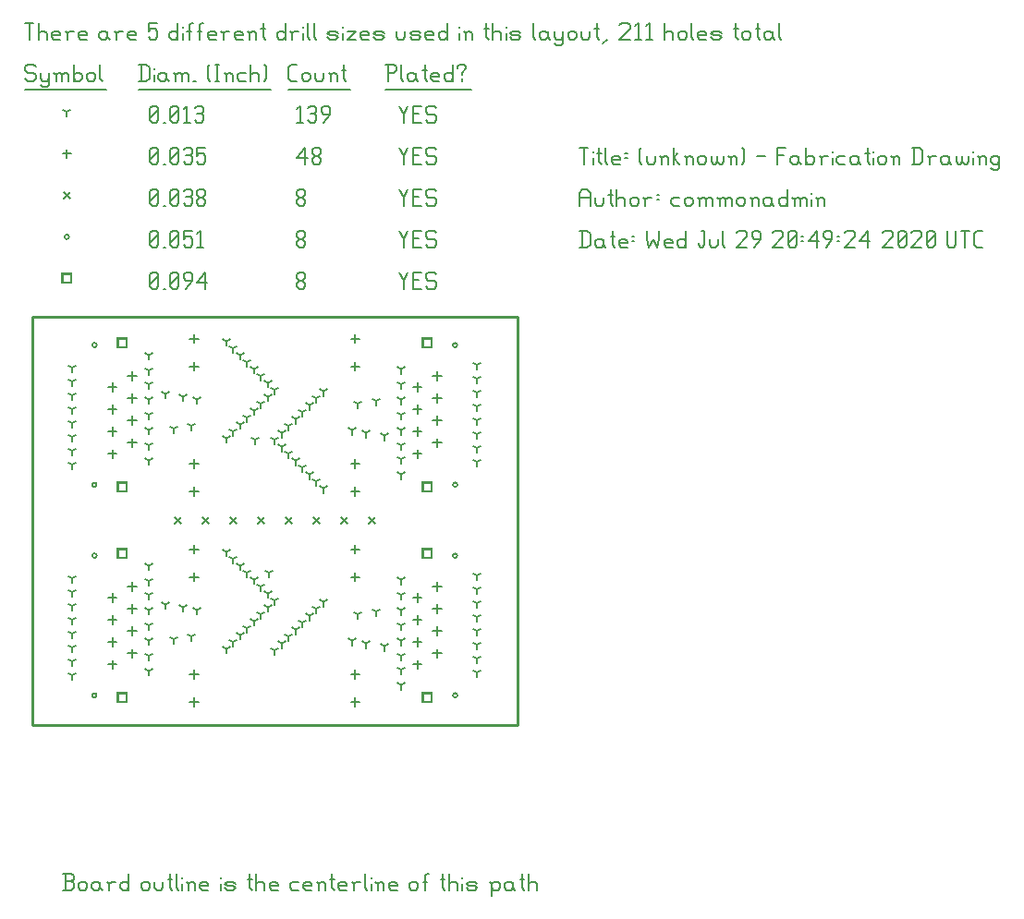
<source format=gbr>
G04 start of page 12 for group -3984 idx -3984 *
G04 Title: (unknown), fab *
G04 Creator: pcb 4.2.0 *
G04 CreationDate: Wed Jul 29 20:49:24 2020 UTC *
G04 For: commonadmin *
G04 Format: Gerber/RS-274X *
G04 PCB-Dimensions (mil): 2000.00 2000.00 *
G04 PCB-Coordinate-Origin: lower left *
%MOIN*%
%FSLAX25Y25*%
%LNFAB*%
%ADD64C,0.0100*%
%ADD63C,0.0075*%
%ADD62C,0.0060*%
%ADD61R,0.0080X0.0080*%
G54D61*X33400Y113569D02*X36600D01*
X33400D02*Y110369D01*
X36600D01*
Y113569D02*Y110369D01*
X33400Y61600D02*X36600D01*
X33400D02*Y58400D01*
X36600D01*
Y61600D02*Y58400D01*
X143400Y61600D02*X146600D01*
X143400D02*Y58400D01*
X146600D01*
Y61600D02*Y58400D01*
X143400Y113569D02*X146600D01*
X143400D02*Y110369D01*
X146600D01*
Y113569D02*Y110369D01*
X33400Y189569D02*X36600D01*
X33400D02*Y186369D01*
X36600D01*
Y189569D02*Y186369D01*
X33400Y137600D02*X36600D01*
X33400D02*Y134400D01*
X36600D01*
Y137600D02*Y134400D01*
X143400Y137600D02*X146600D01*
X143400D02*Y134400D01*
X146600D01*
Y137600D02*Y134400D01*
X143400Y189569D02*X146600D01*
X143400D02*Y186369D01*
X146600D01*
Y189569D02*Y186369D01*
X13400Y212850D02*X16600D01*
X13400D02*Y209650D01*
X16600D01*
Y212850D02*Y209650D01*
G54D62*X135000Y213500D02*X136500Y210500D01*
X138000Y213500D01*
X136500Y210500D02*Y207500D01*
X139800Y210800D02*X142050D01*
X139800Y207500D02*X142800D01*
X139800Y213500D02*Y207500D01*
Y213500D02*X142800D01*
X147600D02*X148350Y212750D01*
X145350Y213500D02*X147600D01*
X144600Y212750D02*X145350Y213500D01*
X144600Y212750D02*Y211250D01*
X145350Y210500D01*
X147600D01*
X148350Y209750D01*
Y208250D01*
X147600Y207500D02*X148350Y208250D01*
X145350Y207500D02*X147600D01*
X144600Y208250D02*X145350Y207500D01*
X98000Y208250D02*X98750Y207500D01*
X98000Y209450D02*Y208250D01*
Y209450D02*X99050Y210500D01*
X99950D01*
X101000Y209450D01*
Y208250D01*
X100250Y207500D02*X101000Y208250D01*
X98750Y207500D02*X100250D01*
X98000Y211550D02*X99050Y210500D01*
X98000Y212750D02*Y211550D01*
Y212750D02*X98750Y213500D01*
X100250D01*
X101000Y212750D01*
Y211550D01*
X99950Y210500D02*X101000Y211550D01*
X45000Y208250D02*X45750Y207500D01*
X45000Y212750D02*Y208250D01*
Y212750D02*X45750Y213500D01*
X47250D01*
X48000Y212750D01*
Y208250D01*
X47250Y207500D02*X48000Y208250D01*
X45750Y207500D02*X47250D01*
X45000Y209000D02*X48000Y212000D01*
X49800Y207500D02*X50550D01*
X52350Y208250D02*X53100Y207500D01*
X52350Y212750D02*Y208250D01*
Y212750D02*X53100Y213500D01*
X54600D01*
X55350Y212750D01*
Y208250D01*
X54600Y207500D02*X55350Y208250D01*
X53100Y207500D02*X54600D01*
X52350Y209000D02*X55350Y212000D01*
X57900Y207500D02*X60150Y210500D01*
Y212750D02*Y210500D01*
X59400Y213500D02*X60150Y212750D01*
X57900Y213500D02*X59400D01*
X57150Y212750D02*X57900Y213500D01*
X57150Y212750D02*Y211250D01*
X57900Y210500D01*
X60150D01*
X61950Y209750D02*X64950Y213500D01*
X61950Y209750D02*X65700D01*
X64950Y213500D02*Y207500D01*
X24161Y60787D02*G75*G03X25761Y60787I800J0D01*G01*
G75*G03X24161Y60787I-800J0D01*G01*
Y111181D02*G75*G03X25761Y111181I800J0D01*G01*
G75*G03X24161Y111181I-800J0D01*G01*
X154239D02*G75*G03X155839Y111181I800J0D01*G01*
G75*G03X154239Y111181I-800J0D01*G01*
Y60787D02*G75*G03X155839Y60787I800J0D01*G01*
G75*G03X154239Y60787I-800J0D01*G01*
X24161Y136787D02*G75*G03X25761Y136787I800J0D01*G01*
G75*G03X24161Y136787I-800J0D01*G01*
Y187181D02*G75*G03X25761Y187181I800J0D01*G01*
G75*G03X24161Y187181I-800J0D01*G01*
X154239D02*G75*G03X155839Y187181I800J0D01*G01*
G75*G03X154239Y187181I-800J0D01*G01*
Y136787D02*G75*G03X155839Y136787I800J0D01*G01*
G75*G03X154239Y136787I-800J0D01*G01*
X14200Y226250D02*G75*G03X15800Y226250I800J0D01*G01*
G75*G03X14200Y226250I-800J0D01*G01*
X135000Y228500D02*X136500Y225500D01*
X138000Y228500D01*
X136500Y225500D02*Y222500D01*
X139800Y225800D02*X142050D01*
X139800Y222500D02*X142800D01*
X139800Y228500D02*Y222500D01*
Y228500D02*X142800D01*
X147600D02*X148350Y227750D01*
X145350Y228500D02*X147600D01*
X144600Y227750D02*X145350Y228500D01*
X144600Y227750D02*Y226250D01*
X145350Y225500D01*
X147600D01*
X148350Y224750D01*
Y223250D01*
X147600Y222500D02*X148350Y223250D01*
X145350Y222500D02*X147600D01*
X144600Y223250D02*X145350Y222500D01*
X98000Y223250D02*X98750Y222500D01*
X98000Y224450D02*Y223250D01*
Y224450D02*X99050Y225500D01*
X99950D01*
X101000Y224450D01*
Y223250D01*
X100250Y222500D02*X101000Y223250D01*
X98750Y222500D02*X100250D01*
X98000Y226550D02*X99050Y225500D01*
X98000Y227750D02*Y226550D01*
Y227750D02*X98750Y228500D01*
X100250D01*
X101000Y227750D01*
Y226550D01*
X99950Y225500D02*X101000Y226550D01*
X45000Y223250D02*X45750Y222500D01*
X45000Y227750D02*Y223250D01*
Y227750D02*X45750Y228500D01*
X47250D01*
X48000Y227750D01*
Y223250D01*
X47250Y222500D02*X48000Y223250D01*
X45750Y222500D02*X47250D01*
X45000Y224000D02*X48000Y227000D01*
X49800Y222500D02*X50550D01*
X52350Y223250D02*X53100Y222500D01*
X52350Y227750D02*Y223250D01*
Y227750D02*X53100Y228500D01*
X54600D01*
X55350Y227750D01*
Y223250D01*
X54600Y222500D02*X55350Y223250D01*
X53100Y222500D02*X54600D01*
X52350Y224000D02*X55350Y227000D01*
X57150Y228500D02*X60150D01*
X57150D02*Y225500D01*
X57900Y226250D01*
X59400D01*
X60150Y225500D01*
Y223250D01*
X59400Y222500D02*X60150Y223250D01*
X57900Y222500D02*X59400D01*
X57150Y223250D02*X57900Y222500D01*
X61950Y227300D02*X63150Y228500D01*
Y222500D01*
X61950D02*X64200D01*
X53800Y125200D02*X56200Y122800D01*
X53800D02*X56200Y125200D01*
X63800D02*X66200Y122800D01*
X63800D02*X66200Y125200D01*
X73800D02*X76200Y122800D01*
X73800D02*X76200Y125200D01*
X83800D02*X86200Y122800D01*
X83800D02*X86200Y125200D01*
X93800D02*X96200Y122800D01*
X93800D02*X96200Y125200D01*
X103800D02*X106200Y122800D01*
X103800D02*X106200Y125200D01*
X113800D02*X116200Y122800D01*
X113800D02*X116200Y125200D01*
X123800D02*X126200Y122800D01*
X123800D02*X126200Y125200D01*
X13800Y242450D02*X16200Y240050D01*
X13800D02*X16200Y242450D01*
X135000Y243500D02*X136500Y240500D01*
X138000Y243500D01*
X136500Y240500D02*Y237500D01*
X139800Y240800D02*X142050D01*
X139800Y237500D02*X142800D01*
X139800Y243500D02*Y237500D01*
Y243500D02*X142800D01*
X147600D02*X148350Y242750D01*
X145350Y243500D02*X147600D01*
X144600Y242750D02*X145350Y243500D01*
X144600Y242750D02*Y241250D01*
X145350Y240500D01*
X147600D01*
X148350Y239750D01*
Y238250D01*
X147600Y237500D02*X148350Y238250D01*
X145350Y237500D02*X147600D01*
X144600Y238250D02*X145350Y237500D01*
X98000Y238250D02*X98750Y237500D01*
X98000Y239450D02*Y238250D01*
Y239450D02*X99050Y240500D01*
X99950D01*
X101000Y239450D01*
Y238250D01*
X100250Y237500D02*X101000Y238250D01*
X98750Y237500D02*X100250D01*
X98000Y241550D02*X99050Y240500D01*
X98000Y242750D02*Y241550D01*
Y242750D02*X98750Y243500D01*
X100250D01*
X101000Y242750D01*
Y241550D01*
X99950Y240500D02*X101000Y241550D01*
X45000Y238250D02*X45750Y237500D01*
X45000Y242750D02*Y238250D01*
Y242750D02*X45750Y243500D01*
X47250D01*
X48000Y242750D01*
Y238250D01*
X47250Y237500D02*X48000Y238250D01*
X45750Y237500D02*X47250D01*
X45000Y239000D02*X48000Y242000D01*
X49800Y237500D02*X50550D01*
X52350Y238250D02*X53100Y237500D01*
X52350Y242750D02*Y238250D01*
Y242750D02*X53100Y243500D01*
X54600D01*
X55350Y242750D01*
Y238250D01*
X54600Y237500D02*X55350Y238250D01*
X53100Y237500D02*X54600D01*
X52350Y239000D02*X55350Y242000D01*
X57150Y242750D02*X57900Y243500D01*
X59400D01*
X60150Y242750D01*
X59400Y237500D02*X60150Y238250D01*
X57900Y237500D02*X59400D01*
X57150Y238250D02*X57900Y237500D01*
Y240800D02*X59400D01*
X60150Y242750D02*Y241550D01*
Y240050D02*Y238250D01*
Y240050D02*X59400Y240800D01*
X60150Y241550D02*X59400Y240800D01*
X61950Y238250D02*X62700Y237500D01*
X61950Y239450D02*Y238250D01*
Y239450D02*X63000Y240500D01*
X63900D01*
X64950Y239450D01*
Y238250D01*
X64200Y237500D02*X64950Y238250D01*
X62700Y237500D02*X64200D01*
X61950Y241550D02*X63000Y240500D01*
X61950Y242750D02*Y241550D01*
Y242750D02*X62700Y243500D01*
X64200D01*
X64950Y242750D01*
Y241550D01*
X63900Y240500D02*X64950Y241550D01*
X60984Y105104D02*Y101904D01*
X59384Y103504D02*X62584D01*
X60984Y70065D02*Y66865D01*
X59384Y68465D02*X62584D01*
X60984Y115143D02*Y111943D01*
X59384Y113543D02*X62584D01*
X60984Y60025D02*Y56825D01*
X59384Y58425D02*X62584D01*
X38543Y101639D02*Y98439D01*
X36943Y100039D02*X40143D01*
X38543Y93608D02*Y90408D01*
X36943Y92008D02*X40143D01*
X38543Y77545D02*Y74345D01*
X36943Y75945D02*X40143D01*
X38543Y85576D02*Y82376D01*
X36943Y83976D02*X40143D01*
X31457Y73529D02*Y70329D01*
X29857Y71929D02*X33057D01*
X31457Y81561D02*Y78361D01*
X29857Y79961D02*X33057D01*
X31457Y97624D02*Y94424D01*
X29857Y96024D02*X33057D01*
X31457Y89592D02*Y86392D01*
X29857Y87992D02*X33057D01*
X119016Y70065D02*Y66865D01*
X117416Y68465D02*X120616D01*
X119016Y105104D02*Y101904D01*
X117416Y103504D02*X120616D01*
X119016Y60025D02*Y56825D01*
X117416Y58425D02*X120616D01*
X119016Y115143D02*Y111943D01*
X117416Y113543D02*X120616D01*
X141457Y73529D02*Y70329D01*
X139857Y71929D02*X143057D01*
X141457Y81561D02*Y78361D01*
X139857Y79961D02*X143057D01*
X141457Y97624D02*Y94424D01*
X139857Y96024D02*X143057D01*
X141457Y89592D02*Y86392D01*
X139857Y87992D02*X143057D01*
X148543Y101639D02*Y98439D01*
X146943Y100039D02*X150143D01*
X148543Y93608D02*Y90408D01*
X146943Y92008D02*X150143D01*
X148543Y77545D02*Y74345D01*
X146943Y75945D02*X150143D01*
X148543Y85576D02*Y82376D01*
X146943Y83976D02*X150143D01*
X60984Y181104D02*Y177904D01*
X59384Y179504D02*X62584D01*
X60984Y146065D02*Y142865D01*
X59384Y144465D02*X62584D01*
X60984Y191143D02*Y187943D01*
X59384Y189543D02*X62584D01*
X60984Y136025D02*Y132825D01*
X59384Y134425D02*X62584D01*
X38543Y177639D02*Y174439D01*
X36943Y176039D02*X40143D01*
X38543Y169608D02*Y166408D01*
X36943Y168008D02*X40143D01*
X38543Y153545D02*Y150345D01*
X36943Y151945D02*X40143D01*
X38543Y161576D02*Y158376D01*
X36943Y159976D02*X40143D01*
X31457Y149529D02*Y146329D01*
X29857Y147929D02*X33057D01*
X31457Y157561D02*Y154361D01*
X29857Y155961D02*X33057D01*
X31457Y173624D02*Y170424D01*
X29857Y172024D02*X33057D01*
X31457Y165592D02*Y162392D01*
X29857Y163992D02*X33057D01*
X119016Y146065D02*Y142865D01*
X117416Y144465D02*X120616D01*
X119016Y181104D02*Y177904D01*
X117416Y179504D02*X120616D01*
X119016Y136025D02*Y132825D01*
X117416Y134425D02*X120616D01*
X119016Y191143D02*Y187943D01*
X117416Y189543D02*X120616D01*
X141457Y149529D02*Y146329D01*
X139857Y147929D02*X143057D01*
X141457Y157561D02*Y154361D01*
X139857Y155961D02*X143057D01*
X141457Y173624D02*Y170424D01*
X139857Y172024D02*X143057D01*
X141457Y165592D02*Y162392D01*
X139857Y163992D02*X143057D01*
X148543Y177639D02*Y174439D01*
X146943Y176039D02*X150143D01*
X148543Y169608D02*Y166408D01*
X146943Y168008D02*X150143D01*
X148543Y153545D02*Y150345D01*
X146943Y151945D02*X150143D01*
X148543Y161576D02*Y158376D01*
X146943Y159976D02*X150143D01*
X15000Y257850D02*Y254650D01*
X13400Y256250D02*X16600D01*
X135000Y258500D02*X136500Y255500D01*
X138000Y258500D01*
X136500Y255500D02*Y252500D01*
X139800Y255800D02*X142050D01*
X139800Y252500D02*X142800D01*
X139800Y258500D02*Y252500D01*
Y258500D02*X142800D01*
X147600D02*X148350Y257750D01*
X145350Y258500D02*X147600D01*
X144600Y257750D02*X145350Y258500D01*
X144600Y257750D02*Y256250D01*
X145350Y255500D01*
X147600D01*
X148350Y254750D01*
Y253250D01*
X147600Y252500D02*X148350Y253250D01*
X145350Y252500D02*X147600D01*
X144600Y253250D02*X145350Y252500D01*
X98000Y254750D02*X101000Y258500D01*
X98000Y254750D02*X101750D01*
X101000Y258500D02*Y252500D01*
X103550Y253250D02*X104300Y252500D01*
X103550Y254450D02*Y253250D01*
Y254450D02*X104600Y255500D01*
X105500D01*
X106550Y254450D01*
Y253250D01*
X105800Y252500D02*X106550Y253250D01*
X104300Y252500D02*X105800D01*
X103550Y256550D02*X104600Y255500D01*
X103550Y257750D02*Y256550D01*
Y257750D02*X104300Y258500D01*
X105800D01*
X106550Y257750D01*
Y256550D01*
X105500Y255500D02*X106550Y256550D01*
X45000Y253250D02*X45750Y252500D01*
X45000Y257750D02*Y253250D01*
Y257750D02*X45750Y258500D01*
X47250D01*
X48000Y257750D01*
Y253250D01*
X47250Y252500D02*X48000Y253250D01*
X45750Y252500D02*X47250D01*
X45000Y254000D02*X48000Y257000D01*
X49800Y252500D02*X50550D01*
X52350Y253250D02*X53100Y252500D01*
X52350Y257750D02*Y253250D01*
Y257750D02*X53100Y258500D01*
X54600D01*
X55350Y257750D01*
Y253250D01*
X54600Y252500D02*X55350Y253250D01*
X53100Y252500D02*X54600D01*
X52350Y254000D02*X55350Y257000D01*
X57150Y257750D02*X57900Y258500D01*
X59400D01*
X60150Y257750D01*
X59400Y252500D02*X60150Y253250D01*
X57900Y252500D02*X59400D01*
X57150Y253250D02*X57900Y252500D01*
Y255800D02*X59400D01*
X60150Y257750D02*Y256550D01*
Y255050D02*Y253250D01*
Y255050D02*X59400Y255800D01*
X60150Y256550D02*X59400Y255800D01*
X61950Y258500D02*X64950D01*
X61950D02*Y255500D01*
X62700Y256250D01*
X64200D01*
X64950Y255500D01*
Y253250D01*
X64200Y252500D02*X64950Y253250D01*
X62700Y252500D02*X64200D01*
X61950Y253250D02*X62700Y252500D01*
X50500Y93500D02*Y91900D01*
Y93500D02*X51887Y94300D01*
X50500Y93500D02*X49113Y94300D01*
X44500Y69500D02*Y67900D01*
Y69500D02*X45887Y70300D01*
X44500Y69500D02*X43113Y70300D01*
X44500Y75000D02*Y73400D01*
Y75000D02*X45887Y75800D01*
X44500Y75000D02*X43113Y75800D01*
X44500Y80500D02*Y78900D01*
Y80500D02*X45887Y81300D01*
X44500Y80500D02*X43113Y81300D01*
X44500Y86000D02*Y84400D01*
Y86000D02*X45887Y86800D01*
X44500Y86000D02*X43113Y86800D01*
X44500Y91500D02*Y89900D01*
Y91500D02*X45887Y92300D01*
X44500Y91500D02*X43113Y92300D01*
X44500Y97000D02*Y95400D01*
Y97000D02*X45887Y97800D01*
X44500Y97000D02*X43113Y97800D01*
X44500Y102000D02*Y100400D01*
Y102000D02*X45887Y102800D01*
X44500Y102000D02*X43113Y102800D01*
X44500Y107500D02*Y105900D01*
Y107500D02*X45887Y108300D01*
X44500Y107500D02*X43113Y108300D01*
X57000Y92500D02*Y90900D01*
Y92500D02*X58387Y93300D01*
X57000Y92500D02*X55613Y93300D01*
X53500Y81000D02*Y79400D01*
Y81000D02*X54887Y81800D01*
X53500Y81000D02*X52113Y81800D01*
X60000Y82000D02*Y80400D01*
Y82000D02*X61387Y82800D01*
X60000Y82000D02*X58613Y82800D01*
X90000Y95000D02*Y93400D01*
Y95000D02*X91387Y95800D01*
X90000Y95000D02*X88613Y95800D01*
X87500Y92500D02*Y90900D01*
Y92500D02*X88887Y93300D01*
X87500Y92500D02*X86113Y93300D01*
X85000Y90000D02*Y88400D01*
Y90000D02*X86387Y90800D01*
X85000Y90000D02*X83613Y90800D01*
X82500Y87500D02*Y85900D01*
Y87500D02*X83887Y88300D01*
X82500Y87500D02*X81113Y88300D01*
X80000Y85000D02*Y83400D01*
Y85000D02*X81387Y85800D01*
X80000Y85000D02*X78613Y85800D01*
X77500Y82500D02*Y80900D01*
Y82500D02*X78887Y83300D01*
X77500Y82500D02*X76113Y83300D01*
X75000Y80000D02*Y78400D01*
Y80000D02*X76387Y80800D01*
X75000Y80000D02*X73613Y80800D01*
X62000Y91500D02*Y89900D01*
Y91500D02*X63387Y92300D01*
X62000Y91500D02*X60613Y92300D01*
X72500Y77500D02*Y75900D01*
Y77500D02*X73887Y78300D01*
X72500Y77500D02*X71113Y78300D01*
X87500Y97500D02*Y95900D01*
Y97500D02*X88887Y98300D01*
X87500Y97500D02*X86113Y98300D01*
X85000Y100000D02*Y98400D01*
Y100000D02*X86387Y100800D01*
X85000Y100000D02*X83613Y100800D01*
X82500Y102500D02*Y100900D01*
Y102500D02*X83887Y103300D01*
X82500Y102500D02*X81113Y103300D01*
X80000Y105000D02*Y103400D01*
Y105000D02*X81387Y105800D01*
X80000Y105000D02*X78613Y105800D01*
X77500Y107500D02*Y105900D01*
Y107500D02*X78887Y108300D01*
X77500Y107500D02*X76113Y108300D01*
X75000Y110000D02*Y108400D01*
Y110000D02*X76387Y110800D01*
X75000Y110000D02*X73613Y110800D01*
X72500Y112500D02*Y110900D01*
Y112500D02*X73887Y113300D01*
X72500Y112500D02*X71113Y113300D01*
X17000Y68000D02*Y66400D01*
Y68000D02*X18387Y68800D01*
X17000Y68000D02*X15613Y68800D01*
X17000Y73000D02*Y71400D01*
Y73000D02*X18387Y73800D01*
X17000Y73000D02*X15613Y73800D01*
X17000Y78000D02*Y76400D01*
Y78000D02*X18387Y78800D01*
X17000Y78000D02*X15613Y78800D01*
X17000Y83000D02*Y81400D01*
Y83000D02*X18387Y83800D01*
X17000Y83000D02*X15613Y83800D01*
X17000Y88000D02*Y86400D01*
Y88000D02*X18387Y88800D01*
X17000Y88000D02*X15613Y88800D01*
X17000Y93000D02*Y91400D01*
Y93000D02*X18387Y93800D01*
X17000Y93000D02*X15613Y93800D01*
X17000Y98000D02*Y96400D01*
Y98000D02*X18387Y98800D01*
X17000Y98000D02*X15613Y98800D01*
X17000Y103000D02*Y101400D01*
Y103000D02*X18387Y103800D01*
X17000Y103000D02*X15613Y103800D01*
X129500Y78469D02*Y76869D01*
Y78469D02*X130887Y79269D01*
X129500Y78469D02*X128113Y79269D01*
X135500Y102469D02*Y100869D01*
Y102469D02*X136887Y103269D01*
X135500Y102469D02*X134113Y103269D01*
X135500Y96969D02*Y95369D01*
Y96969D02*X136887Y97769D01*
X135500Y96969D02*X134113Y97769D01*
X135500Y91469D02*Y89869D01*
Y91469D02*X136887Y92269D01*
X135500Y91469D02*X134113Y92269D01*
X135500Y85969D02*Y84369D01*
Y85969D02*X136887Y86769D01*
X135500Y85969D02*X134113Y86769D01*
X135500Y80469D02*Y78869D01*
Y80469D02*X136887Y81269D01*
X135500Y80469D02*X134113Y81269D01*
X135500Y74969D02*Y73369D01*
Y74969D02*X136887Y75769D01*
X135500Y74969D02*X134113Y75769D01*
X135500Y69969D02*Y68369D01*
Y69969D02*X136887Y70769D01*
X135500Y69969D02*X134113Y70769D01*
X135500Y64469D02*Y62869D01*
Y64469D02*X136887Y65269D01*
X135500Y64469D02*X134113Y65269D01*
X123000Y79469D02*Y77869D01*
Y79469D02*X124387Y80269D01*
X123000Y79469D02*X121613Y80269D01*
X126500Y90969D02*Y89369D01*
Y90969D02*X127887Y91769D01*
X126500Y90969D02*X125113Y91769D01*
X120000Y89969D02*Y88369D01*
Y89969D02*X121387Y90769D01*
X120000Y89969D02*X118613Y90769D01*
X90000Y76969D02*Y75369D01*
Y76969D02*X91387Y77769D01*
X90000Y76969D02*X88613Y77769D01*
X92500Y79469D02*Y77869D01*
Y79469D02*X93887Y80269D01*
X92500Y79469D02*X91113Y80269D01*
X95000Y81969D02*Y80369D01*
Y81969D02*X96387Y82769D01*
X95000Y81969D02*X93613Y82769D01*
X97500Y84469D02*Y82869D01*
Y84469D02*X98887Y85269D01*
X97500Y84469D02*X96113Y85269D01*
X100000Y86969D02*Y85369D01*
Y86969D02*X101387Y87769D01*
X100000Y86969D02*X98613Y87769D01*
X102500Y89469D02*Y87869D01*
Y89469D02*X103887Y90269D01*
X102500Y89469D02*X101113Y90269D01*
X105000Y91969D02*Y90369D01*
Y91969D02*X106387Y92769D01*
X105000Y91969D02*X103613Y92769D01*
X118000Y80469D02*Y78869D01*
Y80469D02*X119387Y81269D01*
X118000Y80469D02*X116613Y81269D01*
X107500Y94469D02*Y92869D01*
Y94469D02*X108887Y95269D01*
X107500Y94469D02*X106113Y95269D01*
X163000Y103969D02*Y102369D01*
Y103969D02*X164387Y104769D01*
X163000Y103969D02*X161613Y104769D01*
X163000Y98969D02*Y97369D01*
Y98969D02*X164387Y99769D01*
X163000Y98969D02*X161613Y99769D01*
X163000Y93969D02*Y92369D01*
Y93969D02*X164387Y94769D01*
X163000Y93969D02*X161613Y94769D01*
X163000Y88969D02*Y87369D01*
Y88969D02*X164387Y89769D01*
X163000Y88969D02*X161613Y89769D01*
X163000Y83969D02*Y82369D01*
Y83969D02*X164387Y84769D01*
X163000Y83969D02*X161613Y84769D01*
X163000Y78969D02*Y77369D01*
Y78969D02*X164387Y79769D01*
X163000Y78969D02*X161613Y79769D01*
X163000Y73969D02*Y72369D01*
Y73969D02*X164387Y74769D01*
X163000Y73969D02*X161613Y74769D01*
X163000Y68969D02*Y67369D01*
Y68969D02*X164387Y69769D01*
X163000Y68969D02*X161613Y69769D01*
X50500Y169500D02*Y167900D01*
Y169500D02*X51887Y170300D01*
X50500Y169500D02*X49113Y170300D01*
X44500Y145500D02*Y143900D01*
Y145500D02*X45887Y146300D01*
X44500Y145500D02*X43113Y146300D01*
X44500Y151000D02*Y149400D01*
Y151000D02*X45887Y151800D01*
X44500Y151000D02*X43113Y151800D01*
X44500Y156500D02*Y154900D01*
Y156500D02*X45887Y157300D01*
X44500Y156500D02*X43113Y157300D01*
X44500Y162000D02*Y160400D01*
Y162000D02*X45887Y162800D01*
X44500Y162000D02*X43113Y162800D01*
X44500Y167500D02*Y165900D01*
Y167500D02*X45887Y168300D01*
X44500Y167500D02*X43113Y168300D01*
X44500Y173000D02*Y171400D01*
Y173000D02*X45887Y173800D01*
X44500Y173000D02*X43113Y173800D01*
X44500Y178000D02*Y176400D01*
Y178000D02*X45887Y178800D01*
X44500Y178000D02*X43113Y178800D01*
X44500Y183500D02*Y181900D01*
Y183500D02*X45887Y184300D01*
X44500Y183500D02*X43113Y184300D01*
X57000Y168500D02*Y166900D01*
Y168500D02*X58387Y169300D01*
X57000Y168500D02*X55613Y169300D01*
X53500Y157000D02*Y155400D01*
Y157000D02*X54887Y157800D01*
X53500Y157000D02*X52113Y157800D01*
X60000Y158000D02*Y156400D01*
Y158000D02*X61387Y158800D01*
X60000Y158000D02*X58613Y158800D01*
X90000Y171000D02*Y169400D01*
Y171000D02*X91387Y171800D01*
X90000Y171000D02*X88613Y171800D01*
X87500Y168500D02*Y166900D01*
Y168500D02*X88887Y169300D01*
X87500Y168500D02*X86113Y169300D01*
X85000Y166000D02*Y164400D01*
Y166000D02*X86387Y166800D01*
X85000Y166000D02*X83613Y166800D01*
X82500Y163500D02*Y161900D01*
Y163500D02*X83887Y164300D01*
X82500Y163500D02*X81113Y164300D01*
X80000Y161000D02*Y159400D01*
Y161000D02*X81387Y161800D01*
X80000Y161000D02*X78613Y161800D01*
X77500Y158500D02*Y156900D01*
Y158500D02*X78887Y159300D01*
X77500Y158500D02*X76113Y159300D01*
X75000Y156000D02*Y154400D01*
Y156000D02*X76387Y156800D01*
X75000Y156000D02*X73613Y156800D01*
X62000Y167500D02*Y165900D01*
Y167500D02*X63387Y168300D01*
X62000Y167500D02*X60613Y168300D01*
X72500Y153500D02*Y151900D01*
Y153500D02*X73887Y154300D01*
X72500Y153500D02*X71113Y154300D01*
X87500Y173500D02*Y171900D01*
Y173500D02*X88887Y174300D01*
X87500Y173500D02*X86113Y174300D01*
X85000Y176000D02*Y174400D01*
Y176000D02*X86387Y176800D01*
X85000Y176000D02*X83613Y176800D01*
X82500Y178500D02*Y176900D01*
Y178500D02*X83887Y179300D01*
X82500Y178500D02*X81113Y179300D01*
X80000Y181000D02*Y179400D01*
Y181000D02*X81387Y181800D01*
X80000Y181000D02*X78613Y181800D01*
X77500Y183500D02*Y181900D01*
Y183500D02*X78887Y184300D01*
X77500Y183500D02*X76113Y184300D01*
X75000Y186000D02*Y184400D01*
Y186000D02*X76387Y186800D01*
X75000Y186000D02*X73613Y186800D01*
X72500Y188500D02*Y186900D01*
Y188500D02*X73887Y189300D01*
X72500Y188500D02*X71113Y189300D01*
X17000Y144000D02*Y142400D01*
Y144000D02*X18387Y144800D01*
X17000Y144000D02*X15613Y144800D01*
X17000Y149000D02*Y147400D01*
Y149000D02*X18387Y149800D01*
X17000Y149000D02*X15613Y149800D01*
X17000Y154000D02*Y152400D01*
Y154000D02*X18387Y154800D01*
X17000Y154000D02*X15613Y154800D01*
X17000Y159000D02*Y157400D01*
Y159000D02*X18387Y159800D01*
X17000Y159000D02*X15613Y159800D01*
X17000Y164000D02*Y162400D01*
Y164000D02*X18387Y164800D01*
X17000Y164000D02*X15613Y164800D01*
X17000Y169000D02*Y167400D01*
Y169000D02*X18387Y169800D01*
X17000Y169000D02*X15613Y169800D01*
X17000Y174000D02*Y172400D01*
Y174000D02*X18387Y174800D01*
X17000Y174000D02*X15613Y174800D01*
X17000Y179000D02*Y177400D01*
Y179000D02*X18387Y179800D01*
X17000Y179000D02*X15613Y179800D01*
X129500Y154469D02*Y152869D01*
Y154469D02*X130887Y155269D01*
X129500Y154469D02*X128113Y155269D01*
X135500Y178469D02*Y176869D01*
Y178469D02*X136887Y179269D01*
X135500Y178469D02*X134113Y179269D01*
X135500Y172969D02*Y171369D01*
Y172969D02*X136887Y173769D01*
X135500Y172969D02*X134113Y173769D01*
X135500Y167469D02*Y165869D01*
Y167469D02*X136887Y168269D01*
X135500Y167469D02*X134113Y168269D01*
X135500Y161969D02*Y160369D01*
Y161969D02*X136887Y162769D01*
X135500Y161969D02*X134113Y162769D01*
X135500Y156469D02*Y154869D01*
Y156469D02*X136887Y157269D01*
X135500Y156469D02*X134113Y157269D01*
X135500Y150969D02*Y149369D01*
Y150969D02*X136887Y151769D01*
X135500Y150969D02*X134113Y151769D01*
X135500Y145969D02*Y144369D01*
Y145969D02*X136887Y146769D01*
X135500Y145969D02*X134113Y146769D01*
X135500Y140469D02*Y138869D01*
Y140469D02*X136887Y141269D01*
X135500Y140469D02*X134113Y141269D01*
X123000Y155469D02*Y153869D01*
Y155469D02*X124387Y156269D01*
X123000Y155469D02*X121613Y156269D01*
X126500Y166969D02*Y165369D01*
Y166969D02*X127887Y167769D01*
X126500Y166969D02*X125113Y167769D01*
X120000Y165969D02*Y164369D01*
Y165969D02*X121387Y166769D01*
X120000Y165969D02*X118613Y166769D01*
X90000Y152969D02*Y151369D01*
Y152969D02*X91387Y153769D01*
X90000Y152969D02*X88613Y153769D01*
X92500Y155469D02*Y153869D01*
Y155469D02*X93887Y156269D01*
X92500Y155469D02*X91113Y156269D01*
X95000Y157969D02*Y156369D01*
Y157969D02*X96387Y158769D01*
X95000Y157969D02*X93613Y158769D01*
X97500Y160469D02*Y158869D01*
Y160469D02*X98887Y161269D01*
X97500Y160469D02*X96113Y161269D01*
X100000Y162969D02*Y161369D01*
Y162969D02*X101387Y163769D01*
X100000Y162969D02*X98613Y163769D01*
X102500Y165469D02*Y163869D01*
Y165469D02*X103887Y166269D01*
X102500Y165469D02*X101113Y166269D01*
X105000Y167969D02*Y166369D01*
Y167969D02*X106387Y168769D01*
X105000Y167969D02*X103613Y168769D01*
X118000Y156469D02*Y154869D01*
Y156469D02*X119387Y157269D01*
X118000Y156469D02*X116613Y157269D01*
X107500Y170469D02*Y168869D01*
Y170469D02*X108887Y171269D01*
X107500Y170469D02*X106113Y171269D01*
X92500Y150469D02*Y148869D01*
Y150469D02*X93887Y151269D01*
X92500Y150469D02*X91113Y151269D01*
X95000Y147969D02*Y146369D01*
Y147969D02*X96387Y148769D01*
X95000Y147969D02*X93613Y148769D01*
X97500Y145469D02*Y143869D01*
Y145469D02*X98887Y146269D01*
X97500Y145469D02*X96113Y146269D01*
X100000Y142969D02*Y141369D01*
Y142969D02*X101387Y143769D01*
X100000Y142969D02*X98613Y143769D01*
X102500Y140469D02*Y138869D01*
Y140469D02*X103887Y141269D01*
X102500Y140469D02*X101113Y141269D01*
X105000Y137969D02*Y136369D01*
Y137969D02*X106387Y138769D01*
X105000Y137969D02*X103613Y138769D01*
X107500Y135469D02*Y133869D01*
Y135469D02*X108887Y136269D01*
X107500Y135469D02*X106113Y136269D01*
X163000Y179969D02*Y178369D01*
Y179969D02*X164387Y180769D01*
X163000Y179969D02*X161613Y180769D01*
X163000Y174969D02*Y173369D01*
Y174969D02*X164387Y175769D01*
X163000Y174969D02*X161613Y175769D01*
X163000Y169969D02*Y168369D01*
Y169969D02*X164387Y170769D01*
X163000Y169969D02*X161613Y170769D01*
X163000Y164969D02*Y163369D01*
Y164969D02*X164387Y165769D01*
X163000Y164969D02*X161613Y165769D01*
X163000Y159969D02*Y158369D01*
Y159969D02*X164387Y160769D01*
X163000Y159969D02*X161613Y160769D01*
X163000Y154969D02*Y153369D01*
Y154969D02*X164387Y155769D01*
X163000Y154969D02*X161613Y155769D01*
X163000Y149969D02*Y148369D01*
Y149969D02*X164387Y150769D01*
X163000Y149969D02*X161613Y150769D01*
X163000Y144969D02*Y143369D01*
Y144969D02*X164387Y145769D01*
X163000Y144969D02*X161613Y145769D01*
X88000Y105000D02*Y103400D01*
Y105000D02*X89387Y105800D01*
X88000Y105000D02*X86613Y105800D01*
X83000Y153000D02*Y151400D01*
Y153000D02*X84387Y153800D01*
X83000Y153000D02*X81613Y153800D01*
X15000Y271250D02*Y269650D01*
Y271250D02*X16387Y272050D01*
X15000Y271250D02*X13613Y272050D01*
X135000Y273500D02*X136500Y270500D01*
X138000Y273500D01*
X136500Y270500D02*Y267500D01*
X139800Y270800D02*X142050D01*
X139800Y267500D02*X142800D01*
X139800Y273500D02*Y267500D01*
Y273500D02*X142800D01*
X147600D02*X148350Y272750D01*
X145350Y273500D02*X147600D01*
X144600Y272750D02*X145350Y273500D01*
X144600Y272750D02*Y271250D01*
X145350Y270500D01*
X147600D01*
X148350Y269750D01*
Y268250D01*
X147600Y267500D02*X148350Y268250D01*
X145350Y267500D02*X147600D01*
X144600Y268250D02*X145350Y267500D01*
X98000Y272300D02*X99200Y273500D01*
Y267500D01*
X98000D02*X100250D01*
X102050Y272750D02*X102800Y273500D01*
X104300D01*
X105050Y272750D01*
X104300Y267500D02*X105050Y268250D01*
X102800Y267500D02*X104300D01*
X102050Y268250D02*X102800Y267500D01*
Y270800D02*X104300D01*
X105050Y272750D02*Y271550D01*
Y270050D02*Y268250D01*
Y270050D02*X104300Y270800D01*
X105050Y271550D02*X104300Y270800D01*
X107600Y267500D02*X109850Y270500D01*
Y272750D02*Y270500D01*
X109100Y273500D02*X109850Y272750D01*
X107600Y273500D02*X109100D01*
X106850Y272750D02*X107600Y273500D01*
X106850Y272750D02*Y271250D01*
X107600Y270500D01*
X109850D01*
X45000Y268250D02*X45750Y267500D01*
X45000Y272750D02*Y268250D01*
Y272750D02*X45750Y273500D01*
X47250D01*
X48000Y272750D01*
Y268250D01*
X47250Y267500D02*X48000Y268250D01*
X45750Y267500D02*X47250D01*
X45000Y269000D02*X48000Y272000D01*
X49800Y267500D02*X50550D01*
X52350Y268250D02*X53100Y267500D01*
X52350Y272750D02*Y268250D01*
Y272750D02*X53100Y273500D01*
X54600D01*
X55350Y272750D01*
Y268250D01*
X54600Y267500D02*X55350Y268250D01*
X53100Y267500D02*X54600D01*
X52350Y269000D02*X55350Y272000D01*
X57150Y272300D02*X58350Y273500D01*
Y267500D01*
X57150D02*X59400D01*
X61200Y272750D02*X61950Y273500D01*
X63450D01*
X64200Y272750D01*
X63450Y267500D02*X64200Y268250D01*
X61950Y267500D02*X63450D01*
X61200Y268250D02*X61950Y267500D01*
Y270800D02*X63450D01*
X64200Y272750D02*Y271550D01*
Y270050D02*Y268250D01*
Y270050D02*X63450Y270800D01*
X64200Y271550D02*X63450Y270800D01*
X3000Y288500D02*X3750Y287750D01*
X750Y288500D02*X3000D01*
X0Y287750D02*X750Y288500D01*
X0Y287750D02*Y286250D01*
X750Y285500D01*
X3000D01*
X3750Y284750D01*
Y283250D01*
X3000Y282500D02*X3750Y283250D01*
X750Y282500D02*X3000D01*
X0Y283250D02*X750Y282500D01*
X5550Y285500D02*Y283250D01*
X6300Y282500D01*
X8550Y285500D02*Y281000D01*
X7800Y280250D02*X8550Y281000D01*
X6300Y280250D02*X7800D01*
X5550Y281000D02*X6300Y280250D01*
Y282500D02*X7800D01*
X8550Y283250D01*
X11100Y284750D02*Y282500D01*
Y284750D02*X11850Y285500D01*
X12600D01*
X13350Y284750D01*
Y282500D01*
Y284750D02*X14100Y285500D01*
X14850D01*
X15600Y284750D01*
Y282500D01*
X10350Y285500D02*X11100Y284750D01*
X17400Y288500D02*Y282500D01*
Y283250D02*X18150Y282500D01*
X19650D01*
X20400Y283250D01*
Y284750D02*Y283250D01*
X19650Y285500D02*X20400Y284750D01*
X18150Y285500D02*X19650D01*
X17400Y284750D02*X18150Y285500D01*
X22200Y284750D02*Y283250D01*
Y284750D02*X22950Y285500D01*
X24450D01*
X25200Y284750D01*
Y283250D01*
X24450Y282500D02*X25200Y283250D01*
X22950Y282500D02*X24450D01*
X22200Y283250D02*X22950Y282500D01*
X27000Y288500D02*Y283250D01*
X27750Y282500D01*
X0Y279250D02*X29250D01*
X41750Y288500D02*Y282500D01*
X43700Y288500D02*X44750Y287450D01*
Y283550D01*
X43700Y282500D02*X44750Y283550D01*
X41000Y282500D02*X43700D01*
X41000Y288500D02*X43700D01*
G54D63*X46550Y287000D02*Y286850D01*
G54D62*Y284750D02*Y282500D01*
X50300Y285500D02*X51050Y284750D01*
X48800Y285500D02*X50300D01*
X48050Y284750D02*X48800Y285500D01*
X48050Y284750D02*Y283250D01*
X48800Y282500D01*
X51050Y285500D02*Y283250D01*
X51800Y282500D01*
X48800D02*X50300D01*
X51050Y283250D01*
X54350Y284750D02*Y282500D01*
Y284750D02*X55100Y285500D01*
X55850D01*
X56600Y284750D01*
Y282500D01*
Y284750D02*X57350Y285500D01*
X58100D01*
X58850Y284750D01*
Y282500D01*
X53600Y285500D02*X54350Y284750D01*
X60650Y282500D02*X61400D01*
X65900Y283250D02*X66650Y282500D01*
X65900Y287750D02*X66650Y288500D01*
X65900Y287750D02*Y283250D01*
X68450Y288500D02*X69950D01*
X69200D02*Y282500D01*
X68450D02*X69950D01*
X72500Y284750D02*Y282500D01*
Y284750D02*X73250Y285500D01*
X74000D01*
X74750Y284750D01*
Y282500D01*
X71750Y285500D02*X72500Y284750D01*
X77300Y285500D02*X79550D01*
X76550Y284750D02*X77300Y285500D01*
X76550Y284750D02*Y283250D01*
X77300Y282500D01*
X79550D01*
X81350Y288500D02*Y282500D01*
Y284750D02*X82100Y285500D01*
X83600D01*
X84350Y284750D01*
Y282500D01*
X86150Y288500D02*X86900Y287750D01*
Y283250D01*
X86150Y282500D02*X86900Y283250D01*
X41000Y279250D02*X88700D01*
X96050Y282500D02*X98000D01*
X95000Y283550D02*X96050Y282500D01*
X95000Y287450D02*Y283550D01*
Y287450D02*X96050Y288500D01*
X98000D01*
X99800Y284750D02*Y283250D01*
Y284750D02*X100550Y285500D01*
X102050D01*
X102800Y284750D01*
Y283250D01*
X102050Y282500D02*X102800Y283250D01*
X100550Y282500D02*X102050D01*
X99800Y283250D02*X100550Y282500D01*
X104600Y285500D02*Y283250D01*
X105350Y282500D01*
X106850D01*
X107600Y283250D01*
Y285500D02*Y283250D01*
X110150Y284750D02*Y282500D01*
Y284750D02*X110900Y285500D01*
X111650D01*
X112400Y284750D01*
Y282500D01*
X109400Y285500D02*X110150Y284750D01*
X114950Y288500D02*Y283250D01*
X115700Y282500D01*
X114200Y286250D02*X115700D01*
X95000Y279250D02*X117200D01*
X130750Y288500D02*Y282500D01*
X130000Y288500D02*X133000D01*
X133750Y287750D01*
Y286250D01*
X133000Y285500D02*X133750Y286250D01*
X130750Y285500D02*X133000D01*
X135550Y288500D02*Y283250D01*
X136300Y282500D01*
X140050Y285500D02*X140800Y284750D01*
X138550Y285500D02*X140050D01*
X137800Y284750D02*X138550Y285500D01*
X137800Y284750D02*Y283250D01*
X138550Y282500D01*
X140800Y285500D02*Y283250D01*
X141550Y282500D01*
X138550D02*X140050D01*
X140800Y283250D01*
X144100Y288500D02*Y283250D01*
X144850Y282500D01*
X143350Y286250D02*X144850D01*
X147100Y282500D02*X149350D01*
X146350Y283250D02*X147100Y282500D01*
X146350Y284750D02*Y283250D01*
Y284750D02*X147100Y285500D01*
X148600D01*
X149350Y284750D01*
X146350Y284000D02*X149350D01*
Y284750D02*Y284000D01*
X154150Y288500D02*Y282500D01*
X153400D02*X154150Y283250D01*
X151900Y282500D02*X153400D01*
X151150Y283250D02*X151900Y282500D01*
X151150Y284750D02*Y283250D01*
Y284750D02*X151900Y285500D01*
X153400D01*
X154150Y284750D01*
X157450Y285500D02*Y284750D01*
Y283250D02*Y282500D01*
X155950Y287750D02*Y287000D01*
Y287750D02*X156700Y288500D01*
X158200D01*
X158950Y287750D01*
Y287000D01*
X157450Y285500D02*X158950Y287000D01*
X130000Y279250D02*X160750D01*
X0Y303500D02*X3000D01*
X1500D02*Y297500D01*
X4800Y303500D02*Y297500D01*
Y299750D02*X5550Y300500D01*
X7050D01*
X7800Y299750D01*
Y297500D01*
X10350D02*X12600D01*
X9600Y298250D02*X10350Y297500D01*
X9600Y299750D02*Y298250D01*
Y299750D02*X10350Y300500D01*
X11850D01*
X12600Y299750D01*
X9600Y299000D02*X12600D01*
Y299750D02*Y299000D01*
X15150Y299750D02*Y297500D01*
Y299750D02*X15900Y300500D01*
X17400D01*
X14400D02*X15150Y299750D01*
X19950Y297500D02*X22200D01*
X19200Y298250D02*X19950Y297500D01*
X19200Y299750D02*Y298250D01*
Y299750D02*X19950Y300500D01*
X21450D01*
X22200Y299750D01*
X19200Y299000D02*X22200D01*
Y299750D02*Y299000D01*
X28950Y300500D02*X29700Y299750D01*
X27450Y300500D02*X28950D01*
X26700Y299750D02*X27450Y300500D01*
X26700Y299750D02*Y298250D01*
X27450Y297500D01*
X29700Y300500D02*Y298250D01*
X30450Y297500D01*
X27450D02*X28950D01*
X29700Y298250D01*
X33000Y299750D02*Y297500D01*
Y299750D02*X33750Y300500D01*
X35250D01*
X32250D02*X33000Y299750D01*
X37800Y297500D02*X40050D01*
X37050Y298250D02*X37800Y297500D01*
X37050Y299750D02*Y298250D01*
Y299750D02*X37800Y300500D01*
X39300D01*
X40050Y299750D01*
X37050Y299000D02*X40050D01*
Y299750D02*Y299000D01*
X44550Y303500D02*X47550D01*
X44550D02*Y300500D01*
X45300Y301250D01*
X46800D01*
X47550Y300500D01*
Y298250D01*
X46800Y297500D02*X47550Y298250D01*
X45300Y297500D02*X46800D01*
X44550Y298250D02*X45300Y297500D01*
X55050Y303500D02*Y297500D01*
X54300D02*X55050Y298250D01*
X52800Y297500D02*X54300D01*
X52050Y298250D02*X52800Y297500D01*
X52050Y299750D02*Y298250D01*
Y299750D02*X52800Y300500D01*
X54300D01*
X55050Y299750D01*
G54D63*X56850Y302000D02*Y301850D01*
G54D62*Y299750D02*Y297500D01*
X59100Y302750D02*Y297500D01*
Y302750D02*X59850Y303500D01*
X60600D01*
X58350Y300500D02*X59850D01*
X62850Y302750D02*Y297500D01*
Y302750D02*X63600Y303500D01*
X64350D01*
X62100Y300500D02*X63600D01*
X66600Y297500D02*X68850D01*
X65850Y298250D02*X66600Y297500D01*
X65850Y299750D02*Y298250D01*
Y299750D02*X66600Y300500D01*
X68100D01*
X68850Y299750D01*
X65850Y299000D02*X68850D01*
Y299750D02*Y299000D01*
X71400Y299750D02*Y297500D01*
Y299750D02*X72150Y300500D01*
X73650D01*
X70650D02*X71400Y299750D01*
X76200Y297500D02*X78450D01*
X75450Y298250D02*X76200Y297500D01*
X75450Y299750D02*Y298250D01*
Y299750D02*X76200Y300500D01*
X77700D01*
X78450Y299750D01*
X75450Y299000D02*X78450D01*
Y299750D02*Y299000D01*
X81000Y299750D02*Y297500D01*
Y299750D02*X81750Y300500D01*
X82500D01*
X83250Y299750D01*
Y297500D01*
X80250Y300500D02*X81000Y299750D01*
X85800Y303500D02*Y298250D01*
X86550Y297500D01*
X85050Y301250D02*X86550D01*
X93750Y303500D02*Y297500D01*
X93000D02*X93750Y298250D01*
X91500Y297500D02*X93000D01*
X90750Y298250D02*X91500Y297500D01*
X90750Y299750D02*Y298250D01*
Y299750D02*X91500Y300500D01*
X93000D01*
X93750Y299750D01*
X96300D02*Y297500D01*
Y299750D02*X97050Y300500D01*
X98550D01*
X95550D02*X96300Y299750D01*
G54D63*X100350Y302000D02*Y301850D01*
G54D62*Y299750D02*Y297500D01*
X101850Y303500D02*Y298250D01*
X102600Y297500D01*
X104100Y303500D02*Y298250D01*
X104850Y297500D01*
X109800D02*X112050D01*
X112800Y298250D01*
X112050Y299000D02*X112800Y298250D01*
X109800Y299000D02*X112050D01*
X109050Y299750D02*X109800Y299000D01*
X109050Y299750D02*X109800Y300500D01*
X112050D01*
X112800Y299750D01*
X109050Y298250D02*X109800Y297500D01*
G54D63*X114600Y302000D02*Y301850D01*
G54D62*Y299750D02*Y297500D01*
X116100Y300500D02*X119100D01*
X116100Y297500D02*X119100Y300500D01*
X116100Y297500D02*X119100D01*
X121650D02*X123900D01*
X120900Y298250D02*X121650Y297500D01*
X120900Y299750D02*Y298250D01*
Y299750D02*X121650Y300500D01*
X123150D01*
X123900Y299750D01*
X120900Y299000D02*X123900D01*
Y299750D02*Y299000D01*
X126450Y297500D02*X128700D01*
X129450Y298250D01*
X128700Y299000D02*X129450Y298250D01*
X126450Y299000D02*X128700D01*
X125700Y299750D02*X126450Y299000D01*
X125700Y299750D02*X126450Y300500D01*
X128700D01*
X129450Y299750D01*
X125700Y298250D02*X126450Y297500D01*
X133950Y300500D02*Y298250D01*
X134700Y297500D01*
X136200D01*
X136950Y298250D01*
Y300500D02*Y298250D01*
X139500Y297500D02*X141750D01*
X142500Y298250D01*
X141750Y299000D02*X142500Y298250D01*
X139500Y299000D02*X141750D01*
X138750Y299750D02*X139500Y299000D01*
X138750Y299750D02*X139500Y300500D01*
X141750D01*
X142500Y299750D01*
X138750Y298250D02*X139500Y297500D01*
X145050D02*X147300D01*
X144300Y298250D02*X145050Y297500D01*
X144300Y299750D02*Y298250D01*
Y299750D02*X145050Y300500D01*
X146550D01*
X147300Y299750D01*
X144300Y299000D02*X147300D01*
Y299750D02*Y299000D01*
X152100Y303500D02*Y297500D01*
X151350D02*X152100Y298250D01*
X149850Y297500D02*X151350D01*
X149100Y298250D02*X149850Y297500D01*
X149100Y299750D02*Y298250D01*
Y299750D02*X149850Y300500D01*
X151350D01*
X152100Y299750D01*
G54D63*X156600Y302000D02*Y301850D01*
G54D62*Y299750D02*Y297500D01*
X158850Y299750D02*Y297500D01*
Y299750D02*X159600Y300500D01*
X160350D01*
X161100Y299750D01*
Y297500D01*
X158100Y300500D02*X158850Y299750D01*
X166350Y303500D02*Y298250D01*
X167100Y297500D01*
X165600Y301250D02*X167100D01*
X168600Y303500D02*Y297500D01*
Y299750D02*X169350Y300500D01*
X170850D01*
X171600Y299750D01*
Y297500D01*
G54D63*X173400Y302000D02*Y301850D01*
G54D62*Y299750D02*Y297500D01*
X175650D02*X177900D01*
X178650Y298250D01*
X177900Y299000D02*X178650Y298250D01*
X175650Y299000D02*X177900D01*
X174900Y299750D02*X175650Y299000D01*
X174900Y299750D02*X175650Y300500D01*
X177900D01*
X178650Y299750D01*
X174900Y298250D02*X175650Y297500D01*
X183150Y303500D02*Y298250D01*
X183900Y297500D01*
X187650Y300500D02*X188400Y299750D01*
X186150Y300500D02*X187650D01*
X185400Y299750D02*X186150Y300500D01*
X185400Y299750D02*Y298250D01*
X186150Y297500D01*
X188400Y300500D02*Y298250D01*
X189150Y297500D01*
X186150D02*X187650D01*
X188400Y298250D01*
X190950Y300500D02*Y298250D01*
X191700Y297500D01*
X193950Y300500D02*Y296000D01*
X193200Y295250D02*X193950Y296000D01*
X191700Y295250D02*X193200D01*
X190950Y296000D02*X191700Y295250D01*
Y297500D02*X193200D01*
X193950Y298250D01*
X195750Y299750D02*Y298250D01*
Y299750D02*X196500Y300500D01*
X198000D01*
X198750Y299750D01*
Y298250D01*
X198000Y297500D02*X198750Y298250D01*
X196500Y297500D02*X198000D01*
X195750Y298250D02*X196500Y297500D01*
X200550Y300500D02*Y298250D01*
X201300Y297500D01*
X202800D01*
X203550Y298250D01*
Y300500D02*Y298250D01*
X206100Y303500D02*Y298250D01*
X206850Y297500D01*
X205350Y301250D02*X206850D01*
X208350Y296000D02*X209850Y297500D01*
X214350Y302750D02*X215100Y303500D01*
X217350D01*
X218100Y302750D01*
Y301250D01*
X214350Y297500D02*X218100Y301250D01*
X214350Y297500D02*X218100D01*
X219900Y302300D02*X221100Y303500D01*
Y297500D01*
X219900D02*X222150D01*
X223950Y302300D02*X225150Y303500D01*
Y297500D01*
X223950D02*X226200D01*
X230700Y303500D02*Y297500D01*
Y299750D02*X231450Y300500D01*
X232950D01*
X233700Y299750D01*
Y297500D01*
X235500Y299750D02*Y298250D01*
Y299750D02*X236250Y300500D01*
X237750D01*
X238500Y299750D01*
Y298250D01*
X237750Y297500D02*X238500Y298250D01*
X236250Y297500D02*X237750D01*
X235500Y298250D02*X236250Y297500D01*
X240300Y303500D02*Y298250D01*
X241050Y297500D01*
X243300D02*X245550D01*
X242550Y298250D02*X243300Y297500D01*
X242550Y299750D02*Y298250D01*
Y299750D02*X243300Y300500D01*
X244800D01*
X245550Y299750D01*
X242550Y299000D02*X245550D01*
Y299750D02*Y299000D01*
X248100Y297500D02*X250350D01*
X251100Y298250D01*
X250350Y299000D02*X251100Y298250D01*
X248100Y299000D02*X250350D01*
X247350Y299750D02*X248100Y299000D01*
X247350Y299750D02*X248100Y300500D01*
X250350D01*
X251100Y299750D01*
X247350Y298250D02*X248100Y297500D01*
X256350Y303500D02*Y298250D01*
X257100Y297500D01*
X255600Y301250D02*X257100D01*
X258600Y299750D02*Y298250D01*
Y299750D02*X259350Y300500D01*
X260850D01*
X261600Y299750D01*
Y298250D01*
X260850Y297500D02*X261600Y298250D01*
X259350Y297500D02*X260850D01*
X258600Y298250D02*X259350Y297500D01*
X264150Y303500D02*Y298250D01*
X264900Y297500D01*
X263400Y301250D02*X264900D01*
X268650Y300500D02*X269400Y299750D01*
X267150Y300500D02*X268650D01*
X266400Y299750D02*X267150Y300500D01*
X266400Y299750D02*Y298250D01*
X267150Y297500D01*
X269400Y300500D02*Y298250D01*
X270150Y297500D01*
X267150D02*X268650D01*
X269400Y298250D01*
X271950Y303500D02*Y298250D01*
X272700Y297500D01*
G54D64*X2500Y197500D02*Y50000D01*
X177500D01*
Y197500D01*
X2500D01*
G54D62*X13675Y-9500D02*X16675D01*
X17425Y-8750D01*
Y-6950D02*Y-8750D01*
X16675Y-6200D02*X17425Y-6950D01*
X14425Y-6200D02*X16675D01*
X14425Y-3500D02*Y-9500D01*
X13675Y-3500D02*X16675D01*
X17425Y-4250D01*
Y-5450D01*
X16675Y-6200D02*X17425Y-5450D01*
X19225Y-7250D02*Y-8750D01*
Y-7250D02*X19975Y-6500D01*
X21475D01*
X22225Y-7250D01*
Y-8750D01*
X21475Y-9500D02*X22225Y-8750D01*
X19975Y-9500D02*X21475D01*
X19225Y-8750D02*X19975Y-9500D01*
X26275Y-6500D02*X27025Y-7250D01*
X24775Y-6500D02*X26275D01*
X24025Y-7250D02*X24775Y-6500D01*
X24025Y-7250D02*Y-8750D01*
X24775Y-9500D01*
X27025Y-6500D02*Y-8750D01*
X27775Y-9500D01*
X24775D02*X26275D01*
X27025Y-8750D01*
X30325Y-7250D02*Y-9500D01*
Y-7250D02*X31075Y-6500D01*
X32575D01*
X29575D02*X30325Y-7250D01*
X37375Y-3500D02*Y-9500D01*
X36625D02*X37375Y-8750D01*
X35125Y-9500D02*X36625D01*
X34375Y-8750D02*X35125Y-9500D01*
X34375Y-7250D02*Y-8750D01*
Y-7250D02*X35125Y-6500D01*
X36625D01*
X37375Y-7250D01*
X41875D02*Y-8750D01*
Y-7250D02*X42625Y-6500D01*
X44125D01*
X44875Y-7250D01*
Y-8750D01*
X44125Y-9500D02*X44875Y-8750D01*
X42625Y-9500D02*X44125D01*
X41875Y-8750D02*X42625Y-9500D01*
X46675Y-6500D02*Y-8750D01*
X47425Y-9500D01*
X48925D01*
X49675Y-8750D01*
Y-6500D02*Y-8750D01*
X52225Y-3500D02*Y-8750D01*
X52975Y-9500D01*
X51475Y-5750D02*X52975D01*
X54475Y-3500D02*Y-8750D01*
X55225Y-9500D01*
G54D63*X56725Y-5000D02*Y-5150D01*
G54D62*Y-7250D02*Y-9500D01*
X58975Y-7250D02*Y-9500D01*
Y-7250D02*X59725Y-6500D01*
X60475D01*
X61225Y-7250D01*
Y-9500D01*
X58225Y-6500D02*X58975Y-7250D01*
X63775Y-9500D02*X66025D01*
X63025Y-8750D02*X63775Y-9500D01*
X63025Y-7250D02*Y-8750D01*
Y-7250D02*X63775Y-6500D01*
X65275D01*
X66025Y-7250D01*
X63025Y-8000D02*X66025D01*
Y-7250D02*Y-8000D01*
G54D63*X70525Y-5000D02*Y-5150D01*
G54D62*Y-7250D02*Y-9500D01*
X72775D02*X75025D01*
X75775Y-8750D01*
X75025Y-8000D02*X75775Y-8750D01*
X72775Y-8000D02*X75025D01*
X72025Y-7250D02*X72775Y-8000D01*
X72025Y-7250D02*X72775Y-6500D01*
X75025D01*
X75775Y-7250D01*
X72025Y-8750D02*X72775Y-9500D01*
X81025Y-3500D02*Y-8750D01*
X81775Y-9500D01*
X80275Y-5750D02*X81775D01*
X83275Y-3500D02*Y-9500D01*
Y-7250D02*X84025Y-6500D01*
X85525D01*
X86275Y-7250D01*
Y-9500D01*
X88825D02*X91075D01*
X88075Y-8750D02*X88825Y-9500D01*
X88075Y-7250D02*Y-8750D01*
Y-7250D02*X88825Y-6500D01*
X90325D01*
X91075Y-7250D01*
X88075Y-8000D02*X91075D01*
Y-7250D02*Y-8000D01*
X96325Y-6500D02*X98575D01*
X95575Y-7250D02*X96325Y-6500D01*
X95575Y-7250D02*Y-8750D01*
X96325Y-9500D01*
X98575D01*
X101125D02*X103375D01*
X100375Y-8750D02*X101125Y-9500D01*
X100375Y-7250D02*Y-8750D01*
Y-7250D02*X101125Y-6500D01*
X102625D01*
X103375Y-7250D01*
X100375Y-8000D02*X103375D01*
Y-7250D02*Y-8000D01*
X105925Y-7250D02*Y-9500D01*
Y-7250D02*X106675Y-6500D01*
X107425D01*
X108175Y-7250D01*
Y-9500D01*
X105175Y-6500D02*X105925Y-7250D01*
X110725Y-3500D02*Y-8750D01*
X111475Y-9500D01*
X109975Y-5750D02*X111475D01*
X113725Y-9500D02*X115975D01*
X112975Y-8750D02*X113725Y-9500D01*
X112975Y-7250D02*Y-8750D01*
Y-7250D02*X113725Y-6500D01*
X115225D01*
X115975Y-7250D01*
X112975Y-8000D02*X115975D01*
Y-7250D02*Y-8000D01*
X118525Y-7250D02*Y-9500D01*
Y-7250D02*X119275Y-6500D01*
X120775D01*
X117775D02*X118525Y-7250D01*
X122575Y-3500D02*Y-8750D01*
X123325Y-9500D01*
G54D63*X124825Y-5000D02*Y-5150D01*
G54D62*Y-7250D02*Y-9500D01*
X127075Y-7250D02*Y-9500D01*
Y-7250D02*X127825Y-6500D01*
X128575D01*
X129325Y-7250D01*
Y-9500D01*
X126325Y-6500D02*X127075Y-7250D01*
X131875Y-9500D02*X134125D01*
X131125Y-8750D02*X131875Y-9500D01*
X131125Y-7250D02*Y-8750D01*
Y-7250D02*X131875Y-6500D01*
X133375D01*
X134125Y-7250D01*
X131125Y-8000D02*X134125D01*
Y-7250D02*Y-8000D01*
X138625Y-7250D02*Y-8750D01*
Y-7250D02*X139375Y-6500D01*
X140875D01*
X141625Y-7250D01*
Y-8750D01*
X140875Y-9500D02*X141625Y-8750D01*
X139375Y-9500D02*X140875D01*
X138625Y-8750D02*X139375Y-9500D01*
X144175Y-4250D02*Y-9500D01*
Y-4250D02*X144925Y-3500D01*
X145675D01*
X143425Y-6500D02*X144925D01*
X150625Y-3500D02*Y-8750D01*
X151375Y-9500D01*
X149875Y-5750D02*X151375D01*
X152875Y-3500D02*Y-9500D01*
Y-7250D02*X153625Y-6500D01*
X155125D01*
X155875Y-7250D01*
Y-9500D01*
G54D63*X157675Y-5000D02*Y-5150D01*
G54D62*Y-7250D02*Y-9500D01*
X159925D02*X162175D01*
X162925Y-8750D01*
X162175Y-8000D02*X162925Y-8750D01*
X159925Y-8000D02*X162175D01*
X159175Y-7250D02*X159925Y-8000D01*
X159175Y-7250D02*X159925Y-6500D01*
X162175D01*
X162925Y-7250D01*
X159175Y-8750D02*X159925Y-9500D01*
X168175Y-7250D02*Y-11750D01*
X167425Y-6500D02*X168175Y-7250D01*
X168925Y-6500D01*
X170425D01*
X171175Y-7250D01*
Y-8750D01*
X170425Y-9500D02*X171175Y-8750D01*
X168925Y-9500D02*X170425D01*
X168175Y-8750D02*X168925Y-9500D01*
X175225Y-6500D02*X175975Y-7250D01*
X173725Y-6500D02*X175225D01*
X172975Y-7250D02*X173725Y-6500D01*
X172975Y-7250D02*Y-8750D01*
X173725Y-9500D01*
X175975Y-6500D02*Y-8750D01*
X176725Y-9500D01*
X173725D02*X175225D01*
X175975Y-8750D01*
X179275Y-3500D02*Y-8750D01*
X180025Y-9500D01*
X178525Y-5750D02*X180025D01*
X181525Y-3500D02*Y-9500D01*
Y-7250D02*X182275Y-6500D01*
X183775D01*
X184525Y-7250D01*
Y-9500D01*
X200750Y228500D02*Y222500D01*
X202700Y228500D02*X203750Y227450D01*
Y223550D01*
X202700Y222500D02*X203750Y223550D01*
X200000Y222500D02*X202700D01*
X200000Y228500D02*X202700D01*
X207800Y225500D02*X208550Y224750D01*
X206300Y225500D02*X207800D01*
X205550Y224750D02*X206300Y225500D01*
X205550Y224750D02*Y223250D01*
X206300Y222500D01*
X208550Y225500D02*Y223250D01*
X209300Y222500D01*
X206300D02*X207800D01*
X208550Y223250D01*
X211850Y228500D02*Y223250D01*
X212600Y222500D01*
X211100Y226250D02*X212600D01*
X214850Y222500D02*X217100D01*
X214100Y223250D02*X214850Y222500D01*
X214100Y224750D02*Y223250D01*
Y224750D02*X214850Y225500D01*
X216350D01*
X217100Y224750D01*
X214100Y224000D02*X217100D01*
Y224750D02*Y224000D01*
X218900Y226250D02*X219650D01*
X218900Y224750D02*X219650D01*
X224150Y228500D02*Y225500D01*
X224900Y222500D01*
X226400Y225500D01*
X227900Y222500D01*
X228650Y225500D01*
Y228500D02*Y225500D01*
X231200Y222500D02*X233450D01*
X230450Y223250D02*X231200Y222500D01*
X230450Y224750D02*Y223250D01*
Y224750D02*X231200Y225500D01*
X232700D01*
X233450Y224750D01*
X230450Y224000D02*X233450D01*
Y224750D02*Y224000D01*
X238250Y228500D02*Y222500D01*
X237500D02*X238250Y223250D01*
X236000Y222500D02*X237500D01*
X235250Y223250D02*X236000Y222500D01*
X235250Y224750D02*Y223250D01*
Y224750D02*X236000Y225500D01*
X237500D01*
X238250Y224750D01*
X243800Y228500D02*X245000D01*
Y223250D01*
X244250Y222500D02*X245000Y223250D01*
X243500Y222500D02*X244250D01*
X242750Y223250D02*X243500Y222500D01*
X242750Y224000D02*Y223250D01*
X246800Y225500D02*Y223250D01*
X247550Y222500D01*
X249050D01*
X249800Y223250D01*
Y225500D02*Y223250D01*
X251600Y228500D02*Y223250D01*
X252350Y222500D01*
X256550Y227750D02*X257300Y228500D01*
X259550D01*
X260300Y227750D01*
Y226250D01*
X256550Y222500D02*X260300Y226250D01*
X256550Y222500D02*X260300D01*
X262850D02*X265100Y225500D01*
Y227750D02*Y225500D01*
X264350Y228500D02*X265100Y227750D01*
X262850Y228500D02*X264350D01*
X262100Y227750D02*X262850Y228500D01*
X262100Y227750D02*Y226250D01*
X262850Y225500D01*
X265100D01*
X269600Y227750D02*X270350Y228500D01*
X272600D01*
X273350Y227750D01*
Y226250D01*
X269600Y222500D02*X273350Y226250D01*
X269600Y222500D02*X273350D01*
X275150Y223250D02*X275900Y222500D01*
X275150Y227750D02*Y223250D01*
Y227750D02*X275900Y228500D01*
X277400D01*
X278150Y227750D01*
Y223250D01*
X277400Y222500D02*X278150Y223250D01*
X275900Y222500D02*X277400D01*
X275150Y224000D02*X278150Y227000D01*
X279950Y226250D02*X280700D01*
X279950Y224750D02*X280700D01*
X282500D02*X285500Y228500D01*
X282500Y224750D02*X286250D01*
X285500Y228500D02*Y222500D01*
X288800D02*X291050Y225500D01*
Y227750D02*Y225500D01*
X290300Y228500D02*X291050Y227750D01*
X288800Y228500D02*X290300D01*
X288050Y227750D02*X288800Y228500D01*
X288050Y227750D02*Y226250D01*
X288800Y225500D01*
X291050D01*
X292850Y226250D02*X293600D01*
X292850Y224750D02*X293600D01*
X295400Y227750D02*X296150Y228500D01*
X298400D01*
X299150Y227750D01*
Y226250D01*
X295400Y222500D02*X299150Y226250D01*
X295400Y222500D02*X299150D01*
X300950Y224750D02*X303950Y228500D01*
X300950Y224750D02*X304700D01*
X303950Y228500D02*Y222500D01*
X309200Y227750D02*X309950Y228500D01*
X312200D01*
X312950Y227750D01*
Y226250D01*
X309200Y222500D02*X312950Y226250D01*
X309200Y222500D02*X312950D01*
X314750Y223250D02*X315500Y222500D01*
X314750Y227750D02*Y223250D01*
Y227750D02*X315500Y228500D01*
X317000D01*
X317750Y227750D01*
Y223250D01*
X317000Y222500D02*X317750Y223250D01*
X315500Y222500D02*X317000D01*
X314750Y224000D02*X317750Y227000D01*
X319550Y227750D02*X320300Y228500D01*
X322550D01*
X323300Y227750D01*
Y226250D01*
X319550Y222500D02*X323300Y226250D01*
X319550Y222500D02*X323300D01*
X325100Y223250D02*X325850Y222500D01*
X325100Y227750D02*Y223250D01*
Y227750D02*X325850Y228500D01*
X327350D01*
X328100Y227750D01*
Y223250D01*
X327350Y222500D02*X328100Y223250D01*
X325850Y222500D02*X327350D01*
X325100Y224000D02*X328100Y227000D01*
X332600Y228500D02*Y223250D01*
X333350Y222500D01*
X334850D01*
X335600Y223250D01*
Y228500D02*Y223250D01*
X337400Y228500D02*X340400D01*
X338900D02*Y222500D01*
X343250D02*X345200D01*
X342200Y223550D02*X343250Y222500D01*
X342200Y227450D02*Y223550D01*
Y227450D02*X343250Y228500D01*
X345200D01*
X200000Y242000D02*Y237500D01*
Y242000D02*X201050Y243500D01*
X202700D01*
X203750Y242000D01*
Y237500D01*
X200000Y240500D02*X203750D01*
X205550D02*Y238250D01*
X206300Y237500D01*
X207800D01*
X208550Y238250D01*
Y240500D02*Y238250D01*
X211100Y243500D02*Y238250D01*
X211850Y237500D01*
X210350Y241250D02*X211850D01*
X213350Y243500D02*Y237500D01*
Y239750D02*X214100Y240500D01*
X215600D01*
X216350Y239750D01*
Y237500D01*
X218150Y239750D02*Y238250D01*
Y239750D02*X218900Y240500D01*
X220400D01*
X221150Y239750D01*
Y238250D01*
X220400Y237500D02*X221150Y238250D01*
X218900Y237500D02*X220400D01*
X218150Y238250D02*X218900Y237500D01*
X223700Y239750D02*Y237500D01*
Y239750D02*X224450Y240500D01*
X225950D01*
X222950D02*X223700Y239750D01*
X227750Y241250D02*X228500D01*
X227750Y239750D02*X228500D01*
X233750Y240500D02*X236000D01*
X233000Y239750D02*X233750Y240500D01*
X233000Y239750D02*Y238250D01*
X233750Y237500D01*
X236000D01*
X237800Y239750D02*Y238250D01*
Y239750D02*X238550Y240500D01*
X240050D01*
X240800Y239750D01*
Y238250D01*
X240050Y237500D02*X240800Y238250D01*
X238550Y237500D02*X240050D01*
X237800Y238250D02*X238550Y237500D01*
X243350Y239750D02*Y237500D01*
Y239750D02*X244100Y240500D01*
X244850D01*
X245600Y239750D01*
Y237500D01*
Y239750D02*X246350Y240500D01*
X247100D01*
X247850Y239750D01*
Y237500D01*
X242600Y240500D02*X243350Y239750D01*
X250400D02*Y237500D01*
Y239750D02*X251150Y240500D01*
X251900D01*
X252650Y239750D01*
Y237500D01*
Y239750D02*X253400Y240500D01*
X254150D01*
X254900Y239750D01*
Y237500D01*
X249650Y240500D02*X250400Y239750D01*
X256700D02*Y238250D01*
Y239750D02*X257450Y240500D01*
X258950D01*
X259700Y239750D01*
Y238250D01*
X258950Y237500D02*X259700Y238250D01*
X257450Y237500D02*X258950D01*
X256700Y238250D02*X257450Y237500D01*
X262250Y239750D02*Y237500D01*
Y239750D02*X263000Y240500D01*
X263750D01*
X264500Y239750D01*
Y237500D01*
X261500Y240500D02*X262250Y239750D01*
X268550Y240500D02*X269300Y239750D01*
X267050Y240500D02*X268550D01*
X266300Y239750D02*X267050Y240500D01*
X266300Y239750D02*Y238250D01*
X267050Y237500D01*
X269300Y240500D02*Y238250D01*
X270050Y237500D01*
X267050D02*X268550D01*
X269300Y238250D01*
X274850Y243500D02*Y237500D01*
X274100D02*X274850Y238250D01*
X272600Y237500D02*X274100D01*
X271850Y238250D02*X272600Y237500D01*
X271850Y239750D02*Y238250D01*
Y239750D02*X272600Y240500D01*
X274100D01*
X274850Y239750D01*
X277400D02*Y237500D01*
Y239750D02*X278150Y240500D01*
X278900D01*
X279650Y239750D01*
Y237500D01*
Y239750D02*X280400Y240500D01*
X281150D01*
X281900Y239750D01*
Y237500D01*
X276650Y240500D02*X277400Y239750D01*
G54D63*X283700Y242000D02*Y241850D01*
G54D62*Y239750D02*Y237500D01*
X285950Y239750D02*Y237500D01*
Y239750D02*X286700Y240500D01*
X287450D01*
X288200Y239750D01*
Y237500D01*
X285200Y240500D02*X285950Y239750D01*
X200000Y258500D02*X203000D01*
X201500D02*Y252500D01*
G54D63*X204800Y257000D02*Y256850D01*
G54D62*Y254750D02*Y252500D01*
X207050Y258500D02*Y253250D01*
X207800Y252500D01*
X206300Y256250D02*X207800D01*
X209300Y258500D02*Y253250D01*
X210050Y252500D01*
X212300D02*X214550D01*
X211550Y253250D02*X212300Y252500D01*
X211550Y254750D02*Y253250D01*
Y254750D02*X212300Y255500D01*
X213800D01*
X214550Y254750D01*
X211550Y254000D02*X214550D01*
Y254750D02*Y254000D01*
X216350Y256250D02*X217100D01*
X216350Y254750D02*X217100D01*
X221600Y253250D02*X222350Y252500D01*
X221600Y257750D02*X222350Y258500D01*
X221600Y257750D02*Y253250D01*
X224150Y255500D02*Y253250D01*
X224900Y252500D01*
X226400D01*
X227150Y253250D01*
Y255500D02*Y253250D01*
X229700Y254750D02*Y252500D01*
Y254750D02*X230450Y255500D01*
X231200D01*
X231950Y254750D01*
Y252500D01*
X228950Y255500D02*X229700Y254750D01*
X233750Y258500D02*Y252500D01*
Y254750D02*X236000Y252500D01*
X233750Y254750D02*X235250Y256250D01*
X238550Y254750D02*Y252500D01*
Y254750D02*X239300Y255500D01*
X240050D01*
X240800Y254750D01*
Y252500D01*
X237800Y255500D02*X238550Y254750D01*
X242600D02*Y253250D01*
Y254750D02*X243350Y255500D01*
X244850D01*
X245600Y254750D01*
Y253250D01*
X244850Y252500D02*X245600Y253250D01*
X243350Y252500D02*X244850D01*
X242600Y253250D02*X243350Y252500D01*
X247400Y255500D02*Y253250D01*
X248150Y252500D01*
X248900D01*
X249650Y253250D01*
Y255500D02*Y253250D01*
X250400Y252500D01*
X251150D01*
X251900Y253250D01*
Y255500D02*Y253250D01*
X254450Y254750D02*Y252500D01*
Y254750D02*X255200Y255500D01*
X255950D01*
X256700Y254750D01*
Y252500D01*
X253700Y255500D02*X254450Y254750D01*
X258500Y258500D02*X259250Y257750D01*
Y253250D01*
X258500Y252500D02*X259250Y253250D01*
X263750Y255500D02*X266750D01*
X271250Y258500D02*Y252500D01*
Y258500D02*X274250D01*
X271250Y255800D02*X273500D01*
X278300Y255500D02*X279050Y254750D01*
X276800Y255500D02*X278300D01*
X276050Y254750D02*X276800Y255500D01*
X276050Y254750D02*Y253250D01*
X276800Y252500D01*
X279050Y255500D02*Y253250D01*
X279800Y252500D01*
X276800D02*X278300D01*
X279050Y253250D01*
X281600Y258500D02*Y252500D01*
Y253250D02*X282350Y252500D01*
X283850D01*
X284600Y253250D01*
Y254750D02*Y253250D01*
X283850Y255500D02*X284600Y254750D01*
X282350Y255500D02*X283850D01*
X281600Y254750D02*X282350Y255500D01*
X287150Y254750D02*Y252500D01*
Y254750D02*X287900Y255500D01*
X289400D01*
X286400D02*X287150Y254750D01*
G54D63*X291200Y257000D02*Y256850D01*
G54D62*Y254750D02*Y252500D01*
X293450Y255500D02*X295700D01*
X292700Y254750D02*X293450Y255500D01*
X292700Y254750D02*Y253250D01*
X293450Y252500D01*
X295700D01*
X299750Y255500D02*X300500Y254750D01*
X298250Y255500D02*X299750D01*
X297500Y254750D02*X298250Y255500D01*
X297500Y254750D02*Y253250D01*
X298250Y252500D01*
X300500Y255500D02*Y253250D01*
X301250Y252500D01*
X298250D02*X299750D01*
X300500Y253250D01*
X303800Y258500D02*Y253250D01*
X304550Y252500D01*
X303050Y256250D02*X304550D01*
G54D63*X306050Y257000D02*Y256850D01*
G54D62*Y254750D02*Y252500D01*
X307550Y254750D02*Y253250D01*
Y254750D02*X308300Y255500D01*
X309800D01*
X310550Y254750D01*
Y253250D01*
X309800Y252500D02*X310550Y253250D01*
X308300Y252500D02*X309800D01*
X307550Y253250D02*X308300Y252500D01*
X313100Y254750D02*Y252500D01*
Y254750D02*X313850Y255500D01*
X314600D01*
X315350Y254750D01*
Y252500D01*
X312350Y255500D02*X313100Y254750D01*
X320600Y258500D02*Y252500D01*
X322550Y258500D02*X323600Y257450D01*
Y253550D01*
X322550Y252500D02*X323600Y253550D01*
X319850Y252500D02*X322550D01*
X319850Y258500D02*X322550D01*
X326150Y254750D02*Y252500D01*
Y254750D02*X326900Y255500D01*
X328400D01*
X325400D02*X326150Y254750D01*
X332450Y255500D02*X333200Y254750D01*
X330950Y255500D02*X332450D01*
X330200Y254750D02*X330950Y255500D01*
X330200Y254750D02*Y253250D01*
X330950Y252500D01*
X333200Y255500D02*Y253250D01*
X333950Y252500D01*
X330950D02*X332450D01*
X333200Y253250D01*
X335750Y255500D02*Y253250D01*
X336500Y252500D01*
X337250D01*
X338000Y253250D01*
Y255500D02*Y253250D01*
X338750Y252500D01*
X339500D01*
X340250Y253250D01*
Y255500D02*Y253250D01*
G54D63*X342050Y257000D02*Y256850D01*
G54D62*Y254750D02*Y252500D01*
X344300Y254750D02*Y252500D01*
Y254750D02*X345050Y255500D01*
X345800D01*
X346550Y254750D01*
Y252500D01*
X343550Y255500D02*X344300Y254750D01*
X350600Y255500D02*X351350Y254750D01*
X349100Y255500D02*X350600D01*
X348350Y254750D02*X349100Y255500D01*
X348350Y254750D02*Y253250D01*
X349100Y252500D01*
X350600D01*
X351350Y253250D01*
X348350Y251000D02*X349100Y250250D01*
X350600D01*
X351350Y251000D01*
Y255500D02*Y251000D01*
M02*

</source>
